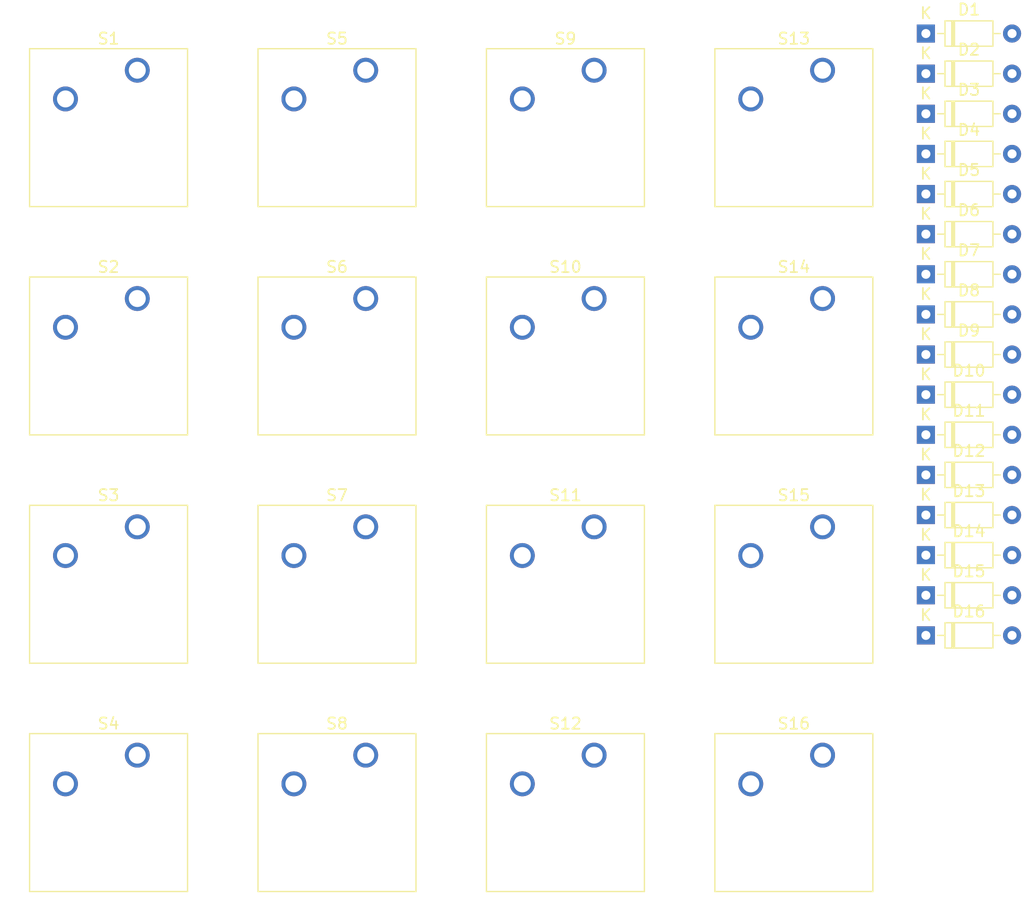
<source format=kicad_pcb>
(kicad_pcb (version 20221018) (generator pcbnew)
  (layers (0 "F.Cu" signal) (31 "B.Cu" signal) (34 "B.Paste" user) (35 "F.Paste" user) (36 "B.SilkS" user "B.Silkscreen") (37 "F.SilkS" user "F.Silkscreen") (38 "B.Mask" user) (39 "F.Mask" user) (44 "Edge.Cuts" user))
  (net 0 "")
  (net 1 "Row 0")
  (net 2 "Net-(D1-A)")
  (net 3 "Net-(D2-A)")
  (net 4 "Net-(D3-A)")
  (net 5 "Net-(D4-A)")
  (net 6 "Row 1")
  (net 7 "Net-(D5-A)")
  (net 8 "Net-(D6-A)")
  (net 9 "Net-(D7-A)")
  (net 10 "Net-(D8-A)")
  (net 11 "Row 2")
  (net 12 "Net-(D9-A)")
  (net 13 "Net-(D10-A)")
  (net 14 "Net-(D11-A)")
  (net 15 "Net-(D12-A)")
  (net 16 "Row 3")
  (net 17 "Net-(D13-A)")
  (net 18 "Net-(D14-A)")
  (net 19 "Net-(D15-A)")
  (net 20 "Net-(D16-A)")
  (net 21 "Col 0")
  (net 22 "Col 1")
  (net 23 "Col 2")
  (footprint "Components:Diode_DO-35" (layer "F.Cu") (at 144.78 65.6375)
    (fp_text reference "D9" (at 3.81 -2.12) (layer "F.SilkS"))
    (fp_text value "Diode")
    (fp_text user "K" (at 0 -1.8) (layer "F.SilkS"))
    (fp_line (start 1.04 0) (end 1.69 0) (stroke (width 0.12)) (layer "F.SilkS"))
    (fp_line (start 1.69 -1.12) (end 1.69 1.12) (stroke (width 0.12)) (layer "F.SilkS"))
    (fp_line (start 1.69 1.12) (end 5.93 1.12) (stroke (width 0.12)) (layer "F.SilkS"))
    (fp_line (start 2.29 -1.12) (end 2.29 1.12) (stroke (width 0.12)) (layer "F.SilkS"))
    (fp_line (start 2.41 -1.12) (end 2.41 1.12) (stroke (width 0.12)) (layer "F.SilkS"))
    (fp_line (start 2.53 -1.12) (end 2.53 1.12) (stroke (width 0.12)) (layer "F.SilkS"))
    (fp_line (start 5.93 -1.12) (end 1.69 -1.12) (stroke (width 0.12)) (layer "F.SilkS"))
    (fp_line (start 5.93 1.12) (end 5.93 -1.12) (stroke (width 0.12)) (layer "F.SilkS"))
    (fp_line (start 6.58 0) (end 5.93 0) (stroke (width 0.12)) (layer "F.SilkS"))
    (pad "1" thru_hole rect (at 0 0) (size 1.6 1.6) (drill 0.8) (layers "*.Cu" "*.Mask") (net 11 "Row 2"))
    (pad "2" thru_hole oval (at 7.62 0) (size 1.6 1.6) (drill 0.8) (layers "*.Cu" "*.Mask") (net 12 "Net-(D9-A)"))
  )
  (footprint "Components:Diode_DO-35" (layer "F.Cu") (at 144.78 54.9875)
    (fp_text reference "D6" (at 3.81 -2.12) (layer "F.SilkS"))
    (fp_text value "Diode")
    (fp_text user "K" (at 0 -1.8) (layer "F.SilkS"))
    (fp_line (start 1.04 0) (end 1.69 0) (stroke (width 0.12)) (layer "F.SilkS"))
    (fp_line (start 1.69 -1.12) (end 1.69 1.12) (stroke (width 0.12)) (layer "F.SilkS"))
    (fp_line (start 1.69 1.12) (end 5.93 1.12) (stroke (width 0.12)) (layer "F.SilkS"))
    (fp_line (start 2.29 -1.12) (end 2.29 1.12) (stroke (width 0.12)) (layer "F.SilkS"))
    (fp_line (start 2.41 -1.12) (end 2.41 1.12) (stroke (width 0.12)) (layer "F.SilkS"))
    (fp_line (start 2.53 -1.12) (end 2.53 1.12) (stroke (width 0.12)) (layer "F.SilkS"))
    (fp_line (start 5.93 -1.12) (end 1.69 -1.12) (stroke (width 0.12)) (layer "F.SilkS"))
    (fp_line (start 5.93 1.12) (end 5.93 -1.12) (stroke (width 0.12)) (layer "F.SilkS"))
    (fp_line (start 6.58 0) (end 5.93 0) (stroke (width 0.12)) (layer "F.SilkS"))
    (pad "1" thru_hole rect (at 0 0) (size 1.6 1.6) (drill 0.8) (layers "*.Cu" "*.Mask") (net 6 "Row 1"))
    (pad "2" thru_hole oval (at 7.62 0) (size 1.6 1.6) (drill 0.8) (layers "*.Cu" "*.Mask") (net 8 "Net-(D6-A)"))
  )
  (footprint "Components:Diode_DO-35" (layer "F.Cu") (at 144.78 40.7875)
    (fp_text reference "D2" (at 3.81 -2.12) (layer "F.SilkS"))
    (fp_text value "Diode")
    (fp_text user "K" (at 0 -1.8) (layer "F.SilkS"))
    (fp_line (start 1.04 0) (end 1.69 0) (stroke (width 0.12)) (layer "F.SilkS"))
    (fp_line (start 1.69 -1.12) (end 1.69 1.12) (stroke (width 0.12)) (layer "F.SilkS"))
    (fp_line (start 1.69 1.12) (end 5.93 1.12) (stroke (width 0.12)) (layer "F.SilkS"))
    (fp_line (start 2.29 -1.12) (end 2.29 1.12) (stroke (width 0.12)) (layer "F.SilkS"))
    (fp_line (start 2.41 -1.12) (end 2.41 1.12) (stroke (width 0.12)) (layer "F.SilkS"))
    (fp_line (start 2.53 -1.12) (end 2.53 1.12) (stroke (width 0.12)) (layer "F.SilkS"))
    (fp_line (start 5.93 -1.12) (end 1.69 -1.12) (stroke (width 0.12)) (layer "F.SilkS"))
    (fp_line (start 5.93 1.12) (end 5.93 -1.12) (stroke (width 0.12)) (layer "F.SilkS"))
    (fp_line (start 6.58 0) (end 5.93 0) (stroke (width 0.12)) (layer "F.SilkS"))
    (pad "1" thru_hole rect (at 0 0) (size 1.6 1.6) (drill 0.8) (layers "*.Cu" "*.Mask") (net 1 "Row 0"))
    (pad "2" thru_hole oval (at 7.62 0) (size 1.6 1.6) (drill 0.8) (layers "*.Cu" "*.Mask") (net 3 "Net-(D2-A)"))
  )
  (footprint "Button_Switch_Keyboard:SW_Cherry_MX_1.00u_PCB" (layer "F.Cu") (at 115.445 80.8825)
    (fp_text reference "S11" (at -2.54 -2.794) (layer "F.SilkS"))
    (fp_text value "Keyswitch")
    (fp_line (start -9.525 -1.905) (end 4.445 -1.905) (stroke (width 0.12)) (layer "F.SilkS"))
    (fp_line (start -9.525 12.065) (end -9.525 -1.905) (stroke (width 0.12)) (layer "F.SilkS"))
    (fp_line (start 4.445 -1.905) (end 4.445 12.065) (stroke (width 0.12)) (layer "F.SilkS"))
    (fp_line (start 4.445 12.065) (end -9.525 12.065) (stroke (width 0.12)) (layer "F.SilkS"))
    (pad "" np_thru_hole circle (at -7.62 5.08) (size 1.7 1.7) (drill 1.7) (layers "*.Cu" "*.Mask"))
    (pad "" np_thru_hole circle (at -2.54 5.08) (size 4 4) (drill 4) (layers "*.Cu" "*.Mask"))
    (pad "" np_thru_hole circle (at 2.54 5.08) (size 1.7 1.7) (drill 1.7) (layers "*.Cu" "*.Mask"))
    (pad "1" thru_hole circle (at 0 0) (size 2.2 2.2) (drill 1.5) (layers "*.Cu" "*.Mask") (net 23 "Col 2"))
    (pad "2" thru_hole circle (at -6.35 2.54) (size 2.2 2.2) (drill 1.5) (layers "*.Cu" "*.Mask") (net 14 "Net-(D11-A)"))
  )
  (footprint "Button_Switch_Keyboard:SW_Cherry_MX_1.00u_PCB" (layer "F.Cu") (at 135.645 40.4825)
    (fp_text reference "S13" (at -2.54 -2.794) (layer "F.SilkS"))
    (fp_text value "Keyswitch")
    (fp_line (start -9.525 -1.905) (end 4.445 -1.905) (stroke (width 0.12)) (layer "F.SilkS"))
    (fp_line (start -9.525 12.065) (end -9.525 -1.905) (stroke (width 0.12)) (layer "F.SilkS"))
    (fp_line (start 4.445 -1.905) (end 4.445 12.065) (stroke (width 0.12)) (layer "F.SilkS"))
    (fp_line (start 4.445 12.065) (end -9.525 12.065) (stroke (width 0.12)) (layer "F.SilkS"))
    (pad "" np_thru_hole circle (at -7.62 5.08) (size 1.7 1.7) (drill 1.7) (layers "*.Cu" "*.Mask"))
    (pad "" np_thru_hole circle (at -2.54 5.08) (size 4 4) (drill 4) (layers "*.Cu" "*.Mask"))
    (pad "" np_thru_hole circle (at 2.54 5.08) (size 1.7 1.7) (drill 1.7) (layers "*.Cu" "*.Mask"))
    (pad "1" thru_hole circle (at 0 0) (size 2.2 2.2) (drill 1.5) (layers "*.Cu" "*.Mask") (net 21 "Col 0"))
    (pad "2" thru_hole circle (at -6.35 2.54) (size 2.2 2.2) (drill 1.5) (layers "*.Cu" "*.Mask") (net 17 "Net-(D13-A)"))
  )
  (footprint "Button_Switch_Keyboard:SW_Cherry_MX_1.00u_PCB" (layer "F.Cu") (at 135.645 60.6825)
    (fp_text reference "S14" (at -2.54 -2.794) (layer "F.SilkS"))
    (fp_text value "Keyswitch")
    (fp_line (start -9.525 -1.905) (end 4.445 -1.905) (stroke (width 0.12)) (layer "F.SilkS"))
    (fp_line (start -9.525 12.065) (end -9.525 -1.905) (stroke (width 0.12)) (layer "F.SilkS"))
    (fp_line (start 4.445 -1.905) (end 4.445 12.065) (stroke (width 0.12)) (layer "F.SilkS"))
    (fp_line (start 4.445 12.065) (end -9.525 12.065) (stroke (width 0.12)) (layer "F.SilkS"))
    (pad "" np_thru_hole circle (at -7.62 5.08) (size 1.7 1.7) (drill 1.7) (layers "*.Cu" "*.Mask"))
    (pad "" np_thru_hole circle (at -2.54 5.08) (size 4 4) (drill 4) (layers "*.Cu" "*.Mask"))
    (pad "" np_thru_hole circle (at 2.54 5.08) (size 1.7 1.7) (drill 1.7) (layers "*.Cu" "*.Mask"))
    (pad "1" thru_hole circle (at 0 0) (size 2.2 2.2) (drill 1.5) (layers "*.Cu" "*.Mask") (net 22 "Col 1"))
    (pad "2" thru_hole circle (at -6.35 2.54) (size 2.2 2.2) (drill 1.5) (layers "*.Cu" "*.Mask") (net 18 "Net-(D14-A)"))
  )
  (footprint "Button_Switch_Keyboard:SW_Cherry_MX_1.00u_PCB" (layer "F.Cu") (at 115.445 60.6825)
    (fp_text reference "S10" (at -2.54 -2.794) (layer "F.SilkS"))
    (fp_text value "Keyswitch")
    (fp_line (start -9.525 -1.905) (end 4.445 -1.905) (stroke (width 0.12)) (layer "F.SilkS"))
    (fp_line (start -9.525 12.065) (end -9.525 -1.905) (stroke (width 0.12)) (layer "F.SilkS"))
    (fp_line (start 4.445 -1.905) (end 4.445 12.065) (stroke (width 0.12)) (layer "F.SilkS"))
    (fp_line (start 4.445 12.065) (end -9.525 12.065) (stroke (width 0.12)) (layer "F.SilkS"))
    (pad "" np_thru_hole circle (at -7.62 5.08) (size 1.7 1.7) (drill 1.7) (layers "*.Cu" "*.Mask"))
    (pad "" np_thru_hole circle (at -2.54 5.08) (size 4 4) (drill 4) (layers "*.Cu" "*.Mask"))
    (pad "" np_thru_hole circle (at 2.54 5.08) (size 1.7 1.7) (drill 1.7) (layers "*.Cu" "*.Mask"))
    (pad "1" thru_hole circle (at 0 0) (size 2.2 2.2) (drill 1.5) (layers "*.Cu" "*.Mask") (net 22 "Col 1"))
    (pad "2" thru_hole circle (at -6.35 2.54) (size 2.2 2.2) (drill 1.5) (layers "*.Cu" "*.Mask") (net 13 "Net-(D10-A)"))
  )
  (footprint "Components:Diode_DO-35" (layer "F.Cu") (at 144.78 69.1875)
    (fp_text reference "D10" (at 3.81 -2.12) (layer "F.SilkS"))
    (fp_text value "Diode")
    (fp_text user "K" (at 0 -1.8) (layer "F.SilkS"))
    (fp_line (start 1.04 0) (end 1.69 0) (stroke (width 0.12)) (layer "F.SilkS"))
    (fp_line (start 1.69 -1.12) (end 1.69 1.12) (stroke (width 0.12)) (layer "F.SilkS"))
    (fp_line (start 1.69 1.12) (end 5.93 1.12) (stroke (width 0.12)) (layer "F.SilkS"))
    (fp_line (start 2.29 -1.12) (end 2.29 1.12) (stroke (width 0.12)) (layer "F.SilkS"))
    (fp_line (start 2.41 -1.12) (end 2.41 1.12) (stroke (width 0.12)) (layer "F.SilkS"))
    (fp_line (start 2.53 -1.12) (end 2.53 1.12) (stroke (width 0.12)) (layer "F.SilkS"))
    (fp_line (start 5.93 -1.12) (end 1.69 -1.12) (stroke (width 0.12)) (layer "F.SilkS"))
    (fp_line (start 5.93 1.12) (end 5.93 -1.12) (stroke (width 0.12)) (layer "F.SilkS"))
    (fp_line (start 6.58 0) (end 5.93 0) (stroke (width 0.12)) (layer "F.SilkS"))
    (pad "1" thru_hole rect (at 0 0) (size 1.6 1.6) (drill 0.8) (layers "*.Cu" "*.Mask") (net 11 "Row 2"))
    (pad "2" thru_hole oval (at 7.62 0) (size 1.6 1.6) (drill 0.8) (layers "*.Cu" "*.Mask") (net 13 "Net-(D10-A)"))
  )
  (footprint "Button_Switch_Keyboard:SW_Cherry_MX_1.00u_PCB" (layer "F.Cu") (at 95.245 40.4825)
    (fp_text reference "S5" (at -2.54 -2.794) (layer "F.SilkS"))
    (fp_text value "Keyswitch")
    (fp_line (start -9.525 -1.905) (end 4.445 -1.905) (stroke (width 0.12)) (layer "F.SilkS"))
    (fp_line (start -9.525 12.065) (end -9.525 -1.905) (stroke (width 0.12)) (layer "F.SilkS"))
    (fp_line (start 4.445 -1.905) (end 4.445 12.065) (stroke (width 0.12)) (layer "F.SilkS"))
    (fp_line (start 4.445 12.065) (end -9.525 12.065) (stroke (width 0.12)) (layer "F.SilkS"))
    (pad "" np_thru_hole circle (at -7.62 5.08) (size 1.7 1.7) (drill 1.7) (layers "*.Cu" "*.Mask"))
    (pad "" np_thru_hole circle (at -2.54 5.08) (size 4 4) (drill 4) (layers "*.Cu" "*.Mask"))
    (pad "" np_thru_hole circle (at 2.54 5.08) (size 1.7 1.7) (drill 1.7) (layers "*.Cu" "*.Mask"))
    (pad "1" thru_hole circle (at 0 0) (size 2.2 2.2) (drill 1.5) (layers "*.Cu" "*.Mask") (net 21 "Col 0"))
    (pad "2" thru_hole circle (at -6.35 2.54) (size 2.2 2.2) (drill 1.5) (layers "*.Cu" "*.Mask") (net 7 "Net-(D5-A)"))
  )
  (footprint "Button_Switch_Keyboard:SW_Cherry_MX_1.00u_PCB" (layer "F.Cu") (at 75.045 60.6825)
    (fp_text reference "S2" (at -2.54 -2.794) (layer "F.SilkS"))
    (fp_text value "Keyswitch")
    (fp_line (start -9.525 -1.905) (end 4.445 -1.905) (stroke (width 0.12)) (layer "F.SilkS"))
    (fp_line (start -9.525 12.065) (end -9.525 -1.905) (stroke (width 0.12)) (layer "F.SilkS"))
    (fp_line (start 4.445 -1.905) (end 4.445 12.065) (stroke (width 0.12)) (layer "F.SilkS"))
    (fp_line (start 4.445 12.065) (end -9.525 12.065) (stroke (width 0.12)) (layer "F.SilkS"))
    (pad "" np_thru_hole circle (at -7.62 5.08) (size 1.7 1.7) (drill 1.7) (layers "*.Cu" "*.Mask"))
    (pad "" np_thru_hole circle (at -2.54 5.08) (size 4 4) (drill 4) (layers "*.Cu" "*.Mask"))
    (pad "" np_thru_hole circle (at 2.54 5.08) (size 1.7 1.7) (drill 1.7) (layers "*.Cu" "*.Mask"))
    (pad "1" thru_hole circle (at 0 0) (size 2.2 2.2) (drill 1.5) (layers "*.Cu" "*.Mask") (net 22 "Col 1"))
    (pad "2" thru_hole circle (at -6.35 2.54) (size 2.2 2.2) (drill 1.5) (layers "*.Cu" "*.Mask") (net 3 "Net-(D2-A)"))
  )
  (footprint "Button_Switch_Keyboard:SW_Cherry_MX_1.00u_PCB" (layer "F.Cu") (at 75.045 80.8825)
    (fp_text reference "S3" (at -2.54 -2.794) (layer "F.SilkS"))
    (fp_text value "Keyswitch")
    (fp_line (start -9.525 -1.905) (end 4.445 -1.905) (stroke (width 0.12)) (layer "F.SilkS"))
    (fp_line (start -9.525 12.065) (end -9.525 -1.905) (stroke (width 0.12)) (layer "F.SilkS"))
    (fp_line (start 4.445 -1.905) (end 4.445 12.065) (stroke (width 0.12)) (layer "F.SilkS"))
    (fp_line (start 4.445 12.065) (end -9.525 12.065) (stroke (width 0.12)) (layer "F.SilkS"))
    (pad "" np_thru_hole circle (at -7.62 5.08) (size 1.7 1.7) (drill 1.7) (layers "*.Cu" "*.Mask"))
    (pad "" np_thru_hole circle (at -2.54 5.08) (size 4 4) (drill 4) (layers "*.Cu" "*.Mask"))
    (pad "" np_thru_hole circle (at 2.54 5.08) (size 1.7 1.7) (drill 1.7) (layers "*.Cu" "*.Mask"))
    (pad "1" thru_hole circle (at 0 0) (size 2.2 2.2) (drill 1.5) (layers "*.Cu" "*.Mask") (net 23 "Col 2"))
    (pad "2" thru_hole circle (at -6.35 2.54) (size 2.2 2.2) (drill 1.5) (layers "*.Cu" "*.Mask") (net 4 "Net-(D3-A)"))
  )
  (footprint "Components:Diode_DO-35" (layer "F.Cu") (at 144.78 51.4375)
    (fp_text reference "D5" (at 3.81 -2.12) (layer "F.SilkS"))
    (fp_text value "Diode")
    (fp_text user "K" (at 0 -1.8) (layer "F.SilkS"))
    (fp_line (start 1.04 0) (end 1.69 0) (stroke (width 0.12)) (layer "F.SilkS"))
    (fp_line (start 1.69 -1.12) (end 1.69 1.12) (stroke (width 0.12)) (layer "F.SilkS"))
    (fp_line (start 1.69 1.12) (end 5.93 1.12) (stroke (width 0.12)) (layer "F.SilkS"))
    (fp_line (start 2.29 -1.12) (end 2.29 1.12) (stroke (width 0.12)) (layer "F.SilkS"))
    (fp_line (start 2.41 -1.12) (end 2.41 1.12) (stroke (width 0.12)) (layer "F.SilkS"))
    (fp_line (start 2.53 -1.12) (end 2.53 1.12) (stroke (width 0.12)) (layer "F.SilkS"))
    (fp_line (start 5.93 -1.12) (end 1.69 -1.12) (stroke (width 0.12)) (layer "F.SilkS"))
    (fp_line (start 5.93 1.12) (end 5.93 -1.12) (stroke (width 0.12)) (layer "F.SilkS"))
    (fp_line (start 6.58 0) (end 5.93 0) (stroke (width 0.12)) (layer "F.SilkS"))
    (pad "1" thru_hole rect (at 0 0) (size 1.6 1.6) (drill 0.8) (layers "*.Cu" "*.Mask") (net 6 "Row 1"))
    (pad "2" thru_hole oval (at 7.62 0) (size 1.6 1.6) (drill 0.8) (layers "*.Cu" "*.Mask") (net 7 "Net-(D5-A)"))
  )
  (footprint "Components:Diode_DO-35" (layer "F.Cu") (at 144.78 47.8875)
    (fp_text reference "D4" (at 3.81 -2.12) (layer "F.SilkS"))
    (fp_text value "Diode")
    (fp_text user "K" (at 0 -1.8) (layer "F.SilkS"))
    (fp_line (start 1.04 0) (end 1.69 0) (stroke (width 0.12)) (layer "F.SilkS"))
    (fp_line (start 1.69 -1.12) (end 1.69 1.12) (stroke (width 0.12)) (layer "F.SilkS"))
    (fp_line (start 1.69 1.12) (end 5.93 1.12) (stroke (width 0.12)) (layer "F.SilkS"))
    (fp_line (start 2.29 -1.12) (end 2.29 1.12) (stroke (width 0.12)) (layer "F.SilkS"))
    (fp_line (start 2.41 -1.12) (end 2.41 1.12) (stroke (width 0.12)) (layer "F.SilkS"))
    (fp_line (start 2.53 -1.12) (end 2.53 1.12) (stroke (width 0.12)) (layer "F.SilkS"))
    (fp_line (start 5.93 -1.12) (end 1.69 -1.12) (stroke (width 0.12)) (layer "F.SilkS"))
    (fp_line (start 5.93 1.12) (end 5.93 -1.12) (stroke (width 0.12)) (layer "F.SilkS"))
    (fp_line (start 6.58 0) (end 5.93 0) (stroke (width 0.12)) (layer "F.SilkS"))
    (pad "1" thru_hole rect (at 0 0) (size 1.6 1.6) (drill 0.8) (layers "*.Cu" "*.Mask") (net 1 "Row 0"))
    (pad "2" thru_hole oval (at 7.62 0) (size 1.6 1.6) (drill 0.8) (layers "*.Cu" "*.Mask") (net 5 "Net-(D4-A)"))
  )
  (footprint "Components:Diode_DO-35" (layer "F.Cu") (at 144.78 62.0875)
    (fp_text reference "D8" (at 3.81 -2.12) (layer "F.SilkS"))
    (fp_text value "Diode")
    (fp_text user "K" (at 0 -1.8) (layer "F.SilkS"))
    (fp_line (start 1.04 0) (end 1.69 0) (stroke (width 0.12)) (layer "F.SilkS"))
    (fp_line (start 1.69 -1.12) (end 1.69 1.12) (stroke (width 0.12)) (layer "F.SilkS"))
    (fp_line (start 1.69 1.12) (end 5.93 1.12) (stroke (width 0.12)) (layer "F.SilkS"))
    (fp_line (start 2.29 -1.12) (end 2.29 1.12) (stroke (width 0.12)) (layer "F.SilkS"))
    (fp_line (start 2.41 -1.12) (end 2.41 1.12) (stroke (width 0.12)) (layer "F.SilkS"))
    (fp_line (start 2.53 -1.12) (end 2.53 1.12) (stroke (width 0.12)) (layer "F.SilkS"))
    (fp_line (start 5.93 -1.12) (end 1.69 -1.12) (stroke (width 0.12)) (layer "F.SilkS"))
    (fp_line (start 5.93 1.12) (end 5.93 -1.12) (stroke (width 0.12)) (layer "F.SilkS"))
    (fp_line (start 6.58 0) (end 5.93 0) (stroke (width 0.12)) (layer "F.SilkS"))
    (pad "1" thru_hole rect (at 0 0) (size 1.6 1.6) (drill 0.8) (layers "*.Cu" "*.Mask") (net 6 "Row 1"))
    (pad "2" thru_hole oval (at 7.62 0) (size 1.6 1.6) (drill 0.8) (layers "*.Cu" "*.Mask") (net 10 "Net-(D8-A)"))
  )
  (footprint "Button_Switch_Keyboard:SW_Cherry_MX_1.00u_PCB" (layer "F.Cu") (at 115.445 101.0825)
    (fp_text reference "S12" (at -2.54 -2.794) (layer "F.SilkS"))
    (fp_text value "Keyswitch")
    (fp_line (start -9.525 -1.905) (end 4.445 -1.905) (stroke (width 0.12)) (layer "F.SilkS"))
    (fp_line (start -9.525 12.065) (end -9.525 -1.905) (stroke (width 0.12)) (layer "F.SilkS"))
    (fp_line (start 4.445 -1.905) (end 4.445 12.065) (stroke (width 0.12)) (layer "F.SilkS"))
    (fp_line (start 4.445 12.065) (end -9.525 12.065) (stroke (width 0.12)) (layer "F.SilkS"))
    (pad "" np_thru_hole circle (at -7.62 5.08) (size 1.7 1.7) (drill 1.7) (layers "*.Cu" "*.Mask"))
    (pad "" np_thru_hole circle (at -2.54 5.08) (size 4 4) (drill 4) (layers "*.Cu" "*.Mask"))
    (pad "" np_thru_hole circle (at 2.54 5.08) (size 1.7 1.7) (drill 1.7) (layers "*.Cu" "*.Mask"))
    (pad "1" thru_hole circle (at 0 0) (size 2.2 2.2) (drill 1.5) (layers "*.Cu" "*.Mask") (net 23 "Col 2"))
    (pad "2" thru_hole circle (at -6.35 2.54) (size 2.2 2.2) (drill 1.5) (layers "*.Cu" "*.Mask") (net 15 "Net-(D12-A)"))
  )
  (footprint "Button_Switch_Keyboard:SW_Cherry_MX_1.00u_PCB" (layer "F.Cu") (at 135.645 101.0825)
    (fp_text reference "S16" (at -2.54 -2.794) (layer "F.SilkS"))
    (fp_text value "Keyswitch")
    (fp_line (start -9.525 -1.905) (end 4.445 -1.905) (stroke (width 0.12)) (layer "F.SilkS"))
    (fp_line (start -9.525 12.065) (end -9.525 -1.905) (stroke (width 0.12)) (layer "F.SilkS"))
    (fp_line (start 4.445 -1.905) (end 4.445 12.065) (stroke (width 0.12)) (layer "F.SilkS"))
    (fp_line (start 4.445 12.065) (end -9.525 12.065) (stroke (width 0.12)) (layer "F.SilkS"))
    (pad "" np_thru_hole circle (at -7.62 5.08) (size 1.7 1.7) (drill 1.7) (layers "*.Cu" "*.Mask"))
    (pad "" np_thru_hole circle (at -2.54 5.08) (size 4 4) (drill 4) (layers "*.Cu" "*.Mask"))
    (pad "" np_thru_hole circle (at 2.54 5.08) (size 1.7 1.7) (drill 1.7) (layers "*.Cu" "*.Mask"))
    (pad "1" thru_hole circle (at 0 0) (size 2.2 2.2) (drill 1.5) (layers "*.Cu" "*.Mask") (net 23 "Col 2"))
    (pad "2" thru_hole circle (at -6.35 2.54) (size 2.2 2.2) (drill 1.5) (layers "*.Cu" "*.Mask") (net 20 "Net-(D16-A)"))
  )
  (footprint "Components:Diode_DO-35" (layer "F.Cu") (at 144.78 79.8375)
    (fp_text reference "D13" (at 3.81 -2.12) (layer "F.SilkS"))
    (fp_text value "Diode")
    (fp_text user "K" (at 0 -1.8) (layer "F.SilkS"))
    (fp_line (start 1.04 0) (end 1.69 0) (stroke (width 0.12)) (layer "F.SilkS"))
    (fp_line (start 1.69 -1.12) (end 1.69 1.12) (stroke (width 0.12)) (layer "F.SilkS"))
    (fp_line (start 1.69 1.12) (end 5.93 1.12) (stroke (width 0.12)) (layer "F.SilkS"))
    (fp_line (start 2.29 -1.12) (end 2.29 1.12) (stroke (width 0.12)) (layer "F.SilkS"))
    (fp_line (start 2.41 -1.12) (end 2.41 1.12) (stroke (width 0.12)) (layer "F.SilkS"))
    (fp_line (start 2.53 -1.12) (end 2.53 1.12) (stroke (width 0.12)) (layer "F.SilkS"))
    (fp_line (start 5.93 -1.12) (end 1.69 -1.12) (stroke (width 0.12)) (layer "F.SilkS"))
    (fp_line (start 5.93 1.12) (end 5.93 -1.12) (stroke (width 0.12)) (layer "F.SilkS"))
    (fp_line (start 6.58 0) (end 5.93 0) (stroke (width 0.12)) (layer "F.SilkS"))
    (pad "1" thru_hole rect (at 0 0) (size 1.6 1.6) (drill 0.8) (layers "*.Cu" "*.Mask") (net 16 "Row 3"))
    (pad "2" thru_hole oval (at 7.62 0) (size 1.6 1.6) (drill 0.8) (layers "*.Cu" "*.Mask") (net 17 "Net-(D13-A)"))
  )
  (footprint "Components:Diode_DO-35" (layer "F.Cu") (at 144.78 72.7375)
    (fp_text reference "D11" (at 3.81 -2.12) (layer "F.SilkS"))
    (fp_text value "Diode")
    (fp_text user "K" (at 0 -1.8) (layer "F.SilkS"))
    (fp_line (start 1.04 0) (end 1.69 0) (stroke (width 0.12)) (layer "F.SilkS"))
    (fp_line (start 1.69 -1.12) (end 1.69 1.12) (stroke (width 0.12)) (layer "F.SilkS"))
    (fp_line (start 1.69 1.12) (end 5.93 1.12) (stroke (width 0.12)) (layer "F.SilkS"))
    (fp_line (start 2.29 -1.12) (end 2.29 1.12) (stroke (width 0.12)) (layer "F.SilkS"))
    (fp_line (start 2.41 -1.12) (end 2.41 1.12) (stroke (width 0.12)) (layer "F.SilkS"))
    (fp_line (start 2.53 -1.12) (end 2.53 1.12) (stroke (width 0.12)) (layer "F.SilkS"))
    (fp_line (start 5.93 -1.12) (end 1.69 -1.12) (stroke (width 0.12)) (layer "F.SilkS"))
    (fp_line (start 5.93 1.12) (end 5.93 -1.12) (stroke (width 0.12)) (layer "F.SilkS"))
    (fp_line (start 6.58 0) (end 5.93 0) (stroke (width 0.12)) (layer "F.SilkS"))
    (pad "1" thru_hole rect (at 0 0) (size 1.6 1.6) (drill 0.8) (layers "*.Cu" "*.Mask") (net 11 "Row 2"))
    (pad "2" thru_hole oval (at 7.62 0) (size 1.6 1.6) (drill 0.8) (layers "*.Cu" "*.Mask") (net 14 "Net-(D11-A)"))
  )
  (footprint "Components:Diode_DO-35" (layer "F.Cu") (at 144.78 76.2875)
    (fp_text reference "D12" (at 3.81 -2.12) (layer "F.SilkS"))
    (fp_text value "Diode")
    (fp_text user "K" (at 0 -1.8) (layer "F.SilkS"))
    (fp_line (start 1.04 0) (end 1.69 0) (stroke (width 0.12)) (layer "F.SilkS"))
    (fp_line (start 1.69 -1.12) (end 1.69 1.12) (stroke (width 0.12)) (layer "F.SilkS"))
    (fp_line (start 1.69 1.12) (end 5.93 1.12) (stroke (width 0.12)) (layer "F.SilkS"))
    (fp_line (start 2.29 -1.12) (end 2.29 1.12) (stroke (width 0.12)) (layer "F.SilkS"))
    (fp_line (start 2.41 -1.12) (end 2.41 1.12) (stroke (width 0.12)) (layer "F.SilkS"))
    (fp_line (start 2.53 -1.12) (end 2.53 1.12) (stroke (width 0.12)) (layer "F.SilkS"))
    (fp_line (start 5.93 -1.12) (end 1.69 -1.12) (stroke (width 0.12)) (layer "F.SilkS"))
    (fp_line (start 5.93 1.12) (end 5.93 -1.12) (stroke (width 0.12)) (layer "F.SilkS"))
    (fp_line (start 6.58 0) (end 5.93 0) (stroke (width 0.12)) (layer "F.SilkS"))
    (pad "1" thru_hole rect (at 0 0) (size 1.6 1.6) (drill 0.8) (layers "*.Cu" "*.Mask") (net 11 "Row 2"))
    (pad "2" thru_hole oval (at 7.62 0) (size 1.6 1.6) (drill 0.8) (layers "*.Cu" "*.Mask") (net 15 "Net-(D12-A)"))
  )
  (footprint "Components:Diode_DO-35" (layer "F.Cu") (at 144.78 37.2375)
    (fp_text reference "D1" (at 3.81 -2.12) (layer "F.SilkS"))
    (fp_text value "Diode")
    (fp_text user "K" (at 0 -1.8) (layer "F.SilkS"))
    (fp_line (start 1.04 0) (end 1.69 0) (stroke (width 0.12)) (layer "F.SilkS"))
    (fp_line (start 1.69 -1.12) (end 1.69 1.12) (stroke (width 0.12)) (layer "F.SilkS"))
    (fp_line (start 1.69 1.12) (end 5.93 1.12) (stroke (width 0.12)) (layer "F.SilkS"))
    (fp_line (start 2.29 -1.12) (end 2.29 1.12) (stroke (width 0.12)) (layer "F.SilkS"))
    (fp_line (start 2.41 -1.12) (end 2.41 1.12) (stroke (width 0.12)) (layer "F.SilkS"))
    (fp_line (start 2.53 -1.12) (end 2.53 1.12) (stroke (width 0.12)) (layer "F.SilkS"))
    (fp_line (start 5.93 -1.12) (end 1.69 -1.12) (stroke (width 0.12)) (layer "F.SilkS"))
    (fp_line (start 5.93 1.12) (end 5.93 -1.12) (stroke (width 0.12)) (layer "F.SilkS"))
    (fp_line (start 6.58 0) (end 5.93 0) (stroke (width 0.12)) (layer "F.SilkS"))
    (pad "1" thru_hole rect (at 0 0) (size 1.6 1.6) (drill 0.8) (layers "*.Cu" "*.Mask") (net 1 "Row 0"))
    (pad "2" thru_hole oval (at 7.62 0) (size 1.6 1.6) (drill 0.8) (layers "*.Cu" "*.Mask") (net 2 "Net-(D1-A)"))
  )
  (footprint "Button_Switch_Keyboard:SW_Cherry_MX_1.00u_PCB" (layer "F.Cu") (at 75.045 40.4825)
    (fp_text reference "S1" (at -2.54 -2.794) (layer "F.SilkS"))
    (fp_text value "Keyswitch")
    (fp_line (start -9.525 -1.905) (end 4.445 -1.905) (stroke (width 0.12)) (layer "F.SilkS"))
    (fp_line (start -9.525 12.065) (end -9.525 -1.905) (stroke (width 0.12)) (layer "F.SilkS"))
    (fp_line (start 4.445 -1.905) (end 4.445 12.065) (stroke (width 0.12)) (layer "F.SilkS"))
    (fp_line (start 4.445 12.065) (end -9.525 12.065) (stroke (width 0.12)) (layer "F.SilkS"))
    (pad "" np_thru_hole circle (at -7.62 5.08) (size 1.7 1.7) (drill 1.7) (layers "*.Cu" "*.Mask"))
    (pad "" np_thru_hole circle (at -2.54 5.08) (size 4 4) (drill 4) (layers "*.Cu" "*.Mask"))
    (pad "" np_thru_hole circle (at 2.54 5.08) (size 1.7 1.7) (drill 1.7) (layers "*.Cu" "*.Mask"))
    (pad "1" thru_hole circle (at 0 0) (size 2.2 2.2) (drill 1.5) (layers "*.Cu" "*.Mask") (net 21 "Col 0"))
    (pad "2" thru_hole circle (at -6.35 2.54) (size 2.2 2.2) (drill 1.5) (layers "*.Cu" "*.Mask") (net 2 "Net-(D1-A)"))
  )
  (footprint "Button_Switch_Keyboard:SW_Cherry_MX_1.00u_PCB" (layer "F.Cu") (at 115.445 40.4825)
    (fp_text reference "S9" (at -2.54 -2.794) (layer "F.SilkS"))
    (fp_text value "Keyswitch")
    (fp_line (start -9.525 -1.905) (end 4.445 -1.905) (stroke (width 0.12)) (layer "F.SilkS"))
    (fp_line (start -9.525 12.065) (end -9.525 -1.905) (stroke (width 0.12)) (layer "F.SilkS"))
    (fp_line (start 4.445 -1.905) (end 4.445 12.065) (stroke (width 0.12)) (layer "F.SilkS"))
    (fp_line (start 4.445 12.065) (end -9.525 12.065) (stroke (width 0.12)) (layer "F.SilkS"))
    (pad "" np_thru_hole circle (at -7.62 5.08) (size 1.7 1.7) (drill 1.7) (layers "*.Cu" "*.Mask"))
    (pad "" np_thru_hole circle (at -2.54 5.08) (size 4 4) (drill 4) (layers "*.Cu" "*.Mask"))
    (pad "" np_thru_hole circle (at 2.54 5.08) (size 1.7 1.7) (drill 1.7) (layers "*.Cu" "*.Mask"))
    (pad "1" thru_hole circle (at 0 0) (size 2.2 2.2) (drill 1.5) (layers "*.Cu" "*.Mask") (net 21 "Col 0"))
    (pad "2" thru_hole circle (at -6.35 2.54) (size 2.2 2.2) (drill 1.5) (layers "*.Cu" "*.Mask") (net 12 "Net-(D9-A)"))
  )
  (footprint "Components:Diode_DO-35" (layer "F.Cu") (at 144.78 90.4875)
    (fp_text reference "D16" (at 3.81 -2.12) (layer "F.SilkS"))
    (fp_text value "Diode")
    (fp_text user "K" (at 0 -1.8) (layer "F.SilkS"))
    (fp_line (start 1.04 0) (end 1.69 0) (stroke (width 0.12)) (layer "F.SilkS"))
    (fp_line (start 1.69 -1.12) (end 1.69 1.12) (stroke (width 0.12)) (layer "F.SilkS"))
    (fp_line (start 1.69 1.12) (end 5.93 1.12) (stroke (width 0.12)) (layer "F.SilkS"))
    (fp_line (start 2.29 -1.12) (end 2.29 1.12) (stroke (width 0.12)) (layer "F.SilkS"))
    (fp_line (start 2.41 -1.12) (end 2.41 1.12) (stroke (width 0.12)) (layer "F.SilkS"))
    (fp_line (start 2.53 -1.12) (end 2.53 1.12) (stroke (width 0.12)) (layer "F.SilkS"))
    (fp_line (start 5.93 -1.12) (end 1.69 -1.12) (stroke (width 0.12)) (layer "F.SilkS"))
    (fp_line (start 5.93 1.12) (end 5.93 -1.12) (stroke (width 0.12)) (layer "F.SilkS"))
    (fp_line (start 6.58 0) (end 5.93 0) (stroke (width 0.12)) (layer "F.SilkS"))
    (pad "1" thru_hole rect (at 0 0) (size 1.6 1.6) (drill 0.8) (layers "*.Cu" "*.Mask") (net 16 "Row 3"))
    (pad "2" thru_hole oval (at 7.62 0) (size 1.6 1.6) (drill 0.8) (layers "*.Cu" "*.Mask") (net 20 "Net-(D16-A)"))
  )
  (footprint "Button_Switch_Keyboard:SW_Cherry_MX_1.00u_PCB" (layer "F.Cu") (at 135.645 80.8825)
    (fp_text reference "S15" (at -2.54 -2.794) (layer "F.SilkS"))
    (fp_text value "Keyswitch")
    (fp_line (start -9.525 -1.905) (end 4.445 -1.905) (stroke (width 0.12)) (layer "F.SilkS"))
    (fp_line (start -9.525 12.065) (end -9.525 -1.905) (stroke (width 0.12)) (layer "F.SilkS"))
    (fp_line (start 4.445 -1.905) (end 4.445 12.065) (stroke (width 0.12)) (layer "F.SilkS"))
    (fp_line (start 4.445 12.065) (end -9.525 12.065) (stroke (width 0.12)) (layer "F.SilkS"))
    (pad "" np_thru_hole circle (at -7.62 5.08) (size 1.7 1.7) (drill 1.7) (layers "*.Cu" "*.Mask"))
    (pad "" np_thru_hole circle (at -2.54 5.08) (size 4 4) (drill 4) (layers "*.Cu" "*.Mask"))
    (pad "" np_thru_hole circle (at 2.54 5.08) (size 1.7 1.7) (drill 1.7) (layers "*.Cu" "*.Mask"))
    (pad "1" thru_hole circle (at 0 0) (size 2.2 2.2) (drill 1.5) (layers "*.Cu" "*.Mask") (net 23 "Col 2"))
    (pad "2" thru_hole circle (at -6.35 2.54) (size 2.2 2.2) (drill 1.5) (layers "*.Cu" "*.Mask") (net 19 "Net-(D15-A)"))
  )
  (footprint "Button_Switch_Keyboard:SW_Cherry_MX_1.00u_PCB" (layer "F.Cu") (at 95.245 80.8825)
    (fp_text reference "S7" (at -2.54 -2.794) (layer "F.SilkS"))
    (fp_text value "Keyswitch")
    (fp_line (start -9.525 -1.905) (end 4.445 -1.905) (stroke (width 0.12)) (layer "F.SilkS"))
    (fp_line (start -9.525 12.065) (end -9.525 -1.905) (stroke (width 0.12)) (layer "F.SilkS"))
    (fp_line (start 4.445 -1.905) (end 4.445 12.065) (stroke (width 0.12)) (layer "F.SilkS"))
    (fp_line (start 4.445 12.065) (end -9.525 12.065) (stroke (width 0.12)) (layer "F.SilkS"))
    (pad "" np_thru_hole circle (at -7.62 5.08) (size 1.7 1.7) (drill 1.7) (layers "*.Cu" "*.Mask"))
    (pad "" np_thru_hole circle (at -2.54 5.08) (size 4 4) (drill 4) (layers "*.Cu" "*.Mask"))
    (pad "" np_thru_hole circle (at 2.54 5.08) (size 1.7 1.7) (drill 1.7) (layers "*.Cu" "*.Mask"))
    (pad "1" thru_hole circle (at 0 0) (size 2.2 2.2) (drill 1.5) (layers "*.Cu" "*.Mask") (net 23 "Col 2"))
    (pad "2" thru_hole circle (at -6.35 2.54) (size 2.2 2.2) (drill 1.5) (layers "*.Cu" "*.Mask") (net 9 "Net-(D7-A)"))
  )
  (footprint "Components:Diode_DO-35" (layer "F.Cu") (at 144.78 44.3375)
    (fp_text reference "D3" (at 3.81 -2.12) (layer "F.SilkS"))
    (fp_text value "Diode")
    (fp_text user "K" (at 0 -1.8) (layer "F.SilkS"))
    (fp_line (start 1.04 0) (end 1.69 0) (stroke (width 0.12)) (layer "F.SilkS"))
    (fp_line (start 1.69 -1.12) (end 1.69 1.12) (stroke (width 0.12)) (layer "F.SilkS"))
    (fp_line (start 1.69 1.12) (end 5.93 1.12) (stroke (width 0.12)) (layer "F.SilkS"))
    (fp_line (start 2.29 -1.12) (end 2.29 1.12) (stroke (width 0.12)) (layer "F.SilkS"))
    (fp_line (start 2.41 -1.12) (end 2.41 1.12) (stroke (width 0.12)) (layer "F.SilkS"))
    (fp_line (start 2.53 -1.12) (end 2.53 1.12) (stroke (width 0.12)) (layer "F.SilkS"))
    (fp_line (start 5.93 -1.12) (end 1.69 -1.12) (stroke (width 0.12)) (layer "F.SilkS"))
    (fp_line (start 5.93 1.12) (end 5.93 -1.12) (stroke (width 0.12)) (layer "F.SilkS"))
    (fp_line (start 6.58 0) (end 5.93 0) (stroke (width 0.12)) (layer "F.SilkS"))
    (pad "1" thru_hole rect (at 0 0) (size 1.6 1.6) (drill 0.8) (layers "*.Cu" "*.Mask") (net 1 "Row 0"))
    (pad "2" thru_hole oval (at 7.62 0) (size 1.6 1.6) (drill 0.8) (layers "*.Cu" "*.Mask") (net 4 "Net-(D3-A)"))
  )
  (footprint "Components:Diode_DO-35" (layer "F.Cu") (at 144.78 86.9375)
    (fp_text reference "D15" (at 3.81 -2.12) (layer "F.SilkS"))
    (fp_text value "Diode")
    (fp_text user "K" (at 0 -1.8) (layer "F.SilkS"))
    (fp_line (start 1.04 0) (end 1.69 0) (stroke (width 0.12)) (layer "F.SilkS"))
    (fp_line (start 1.69 -1.12) (end 1.69 1.12) (stroke (width 0.12)) (layer "F.SilkS"))
    (fp_line (start 1.69 1.12) (end 5.93 1.12) (stroke (width 0.12)) (layer "F.SilkS"))
    (fp_line (start 2.29 -1.12) (end 2.29 1.12) (stroke (width 0.12)) (layer "F.SilkS"))
    (fp_line (start 2.41 -1.12) (end 2.41 1.12) (stroke (width 0.12)) (layer "F.SilkS"))
    (fp_line (start 2.53 -1.12) (end 2.53 1.12) (stroke (width 0.12)) (layer "F.SilkS"))
    (fp_line (start 5.93 -1.12) (end 1.69 -1.12) (stroke (width 0.12)) (layer "F.SilkS"))
    (fp_line (start 5.93 1.12) (end 5.93 -1.12) (stroke (width 0.12)) (layer "F.SilkS"))
    (fp_line (start 6.58 0) (end 5.93 0) (stroke (width 0.12)) (layer "F.SilkS"))
    (pad "1" thru_hole rect (at 0 0) (size 1.6 1.6) (drill 0.8) (layers "*.Cu" "*.Mask") (net 16 "Row 3"))
    (pad "2" thru_hole oval (at 7.62 0) (size 1.6 1.6) (drill 0.8) (layers "*.Cu" "*.Mask") (net 19 "Net-(D15-A)"))
  )
  (footprint "Components:Diode_DO-35" (layer "F.Cu") (at 144.78 83.3875)
    (fp_text reference "D14" (at 3.81 -2.12) (layer "F.SilkS"))
    (fp_text value "Diode")
    (fp_text user "K" (at 0 -1.8) (layer "F.SilkS"))
    (fp_line (start 1.04 0) (end 1.69 0) (stroke (width 0.12)) (layer "F.SilkS"))
    (fp_line (start 1.69 -1.12) (end 1.69 1.12) (stroke (width 0.12)) (layer "F.SilkS"))
    (fp_line (start 1.69 1.12) (end 5.93 1.12) (stroke (width 0.12)) (layer "F.SilkS"))
    (fp_line (start 2.29 -1.12) (end 2.29 1.12) (stroke (width 0.12)) (layer "F.SilkS"))
    (fp_line (start 2.41 -1.12) (end 2.41 1.12) (stroke (width 0.12)) (layer "F.SilkS"))
    (fp_line (start 2.53 -1.12) (end 2.53 1.12) (stroke (width 0.12)) (layer "F.SilkS"))
    (fp_line (start 5.93 -1.12) (end 1.69 -1.12) (stroke (width 0.12)) (layer "F.SilkS"))
    (fp_line (start 5.93 1.12) (end 5.93 -1.12) (stroke (width 0.12)) (layer "F.SilkS"))
    (fp_line (start 6.58 0) (end 5.93 0) (stroke (width 0.12)) (layer "F.SilkS"))
    (pad "1" thru_hole rect (at 0 0) (size 1.6 1.6) (drill 0.8) (layers "*.Cu" "*.Mask") (net 16 "Row 3"))
    (pad "2" thru_hole oval (at 7.62 0) (size 1.6 1.6) (drill 0.8) (layers "*.Cu" "*.Mask") (net 18 "Net-(D14-A)"))
  )
  (footprint "Button_Switch_Keyboard:SW_Cherry_MX_1.00u_PCB" (layer "F.Cu") (at 95.245 101.0825)
    (fp_text reference "S8" (at -2.54 -2.794) (layer "F.SilkS"))
    (fp_text value "Keyswitch")
    (fp_line (start -9.525 -1.905) (end 4.445 -1.905) (stroke (width 0.12)) (layer "F.SilkS"))
    (fp_line (start -9.525 12.065) (end -9.525 -1.905) (stroke (width 0.12)) (layer "F.SilkS"))
    (fp_line (start 4.445 -1.905) (end 4.445 12.065) (stroke (width 0.12)) (layer "F.SilkS"))
    (fp_line (start 4.445 12.065) (end -9.525 12.065) (stroke (width 0.12)) (layer "F.SilkS"))
    (pad "" np_thru_hole circle (at -7.62 5.08) (size 1.7 1.7) (drill 1.7) (layers "*.Cu" "*.Mask"))
    (pad "" np_thru_hole circle (at -2.54 5.08) (size 4 4) (drill 4) (layers "*.Cu" "*.Mask"))
    (pad "" np_thru_hole circle (at 2.54 5.08) (size 1.7 1.7) (drill 1.7) (layers "*.Cu" "*.Mask"))
    (pad "1" thru_hole circle (at 0 0) (size 2.2 2.2) (drill 1.5) (layers "*.Cu" "*.Mask") (net 23 "Col 2"))
    (pad "2" thru_hole circle (at -6.35 2.54) (size 2.2 2.2) (drill 1.5) (layers "*.Cu" "*.Mask") (net 10 "Net-(D8-A)"))
  )
  (footprint "Components:Diode_DO-35" (layer "F.Cu") (at 144.78 58.5375)
    (fp_text reference "D7" (at 3.81 -2.12) (layer "F.SilkS"))
    (fp_text value "Diode")
    (fp_text user "K" (at 0 -1.8) (layer "F.SilkS"))
    (fp_line (start 1.04 0) (end 1.69 0) (stroke (width 0.12)) (layer "F.SilkS"))
    (fp_line (start 1.69 -1.12) (end 1.69 1.12) (stroke (width 0.12)) (layer "F.SilkS"))
    (fp_line (start 1.69 1.12) (end 5.93 1.12) (stroke (width 0.12)) (layer "F.SilkS"))
    (fp_line (start 2.29 -1.12) (end 2.29 1.12) (stroke (width 0.12)) (layer "F.SilkS"))
    (fp_line (start 2.41 -1.12) (end 2.41 1.12) (stroke (width 0.12)) (layer "F.SilkS"))
    (fp_line (start 2.53 -1.12) (end 2.53 1.12) (stroke (width 0.12)) (layer "F.SilkS"))
    (fp_line (start 5.93 -1.12) (end 1.69 -1.12) (stroke (width 0.12)) (layer "F.SilkS"))
    (fp_line (start 5.93 1.12) (end 5.93 -1.12) (stroke (width 0.12)) (layer "F.SilkS"))
    (fp_line (start 6.58 0) (end 5.93 0) (stroke (width 0.12)) (layer "F.SilkS"))
    (pad "1" thru_hole rect (at 0 0) (size 1.6 1.6) (drill 0.8) (layers "*.Cu" "*.Mask") (net 6 "Row 1"))
    (pad "2" thru_hole oval (at 7.62 0) (size 1.6 1.6) (drill 0.8) (layers "*.Cu" "*.Mask") (net 9 "Net-(D7-A)"))
  )
  (footprint "Button_Switch_Keyboard:SW_Cherry_MX_1.00u_PCB" (layer "F.Cu") (at 75.045 101.0825)
    (fp_text reference "S4" (at -2.54 -2.794) (layer "F.SilkS"))
    (fp_text value "Keyswitch")
    (fp_line (start -9.525 -1.905) (end 4.445 -1.905) (stroke (width 0.12)) (layer "F.SilkS"))
    (fp_line (start -9.525 12.065) (end -9.525 -1.905) (stroke (width 0.12)) (layer "F.SilkS"))
    (fp_line (start 4.445 -1.905) (end 4.445 12.065) (stroke (width 0.12)) (layer "F.SilkS"))
    (fp_line (start 4.445 12.065) (end -9.525 12.065) (stroke (width 0.12)) (layer "F.SilkS"))
    (pad "" np_thru_hole circle (at -7.62 5.08) (size 1.7 1.7) (drill 1.7) (layers "*.Cu" "*.Mask"))
    (pad "" np_thru_hole circle (at -2.54 5.08) (size 4 4) (drill 4) (layers "*.Cu" "*.Mask"))
    (pad "" np_thru_hole circle (at 2.54 5.08) (size 1.7 1.7) (drill 1.7) (layers "*.Cu" "*.Mask"))
    (pad "1" thru_hole circle (at 0 0) (size 2.2 2.2) (drill 1.5) (layers "*.Cu" "*.Mask") (net 23 "Col 2"))
    (pad "2" thru_hole circle (at -6.35 2.54) (size 2.2 2.2) (drill 1.5) (layers "*.Cu" "*.Mask") (net 5 "Net-(D4-A)"))
  )
  (footprint "Button_Switch_Keyboard:SW_Cherry_MX_1.00u_PCB" (layer "F.Cu") (at 95.245 60.6825)
    (fp_text reference "S6" (at -2.54 -2.794) (layer "F.SilkS"))
    (fp_text value "Keyswitch")
    (fp_line (start -9.525 -1.905) (end 4.445 -1.905) (stroke (width 0.12)) (layer "F.SilkS"))
    (fp_line (start -9.525 12.065) (end -9.525 -1.905) (stroke (width 0.12)) (layer "F.SilkS"))
    (fp_line (start 4.445 -1.905) (end 4.445 12.065) (stroke (width 0.12)) (layer "F.SilkS"))
    (fp_line (start 4.445 12.065) (end -9.525 12.065) (stroke (width 0.12)) (layer "F.SilkS"))
    (pad "" np_thru_hole circle (at -7.62 5.08) (size 1.7 1.7) (drill 1.7) (layers "*.Cu" "*.Mask"))
    (pad "" np_thru_hole circle (at -2.54 5.08) (size 4 4) (drill 4) (layers "*.Cu" "*.Mask"))
    (pad "" np_thru_hole circle (at 2.54 5.08) (size 1.7 1.7) (drill 1.7) (layers "*.Cu" "*.Mask"))
    (pad "1" thru_hole circle (at 0 0) (size 2.2 2.2) (drill 1.5) (layers "*.Cu" "*.Mask") (net 22 "Col 1"))
    (pad "2" thru_hole circle (at -6.35 2.54) (size 2.2 2.2) (drill 1.5) (layers "*.Cu" "*.Mask") (net 8 "Net-(D6-A)"))
  )
)
</source>
